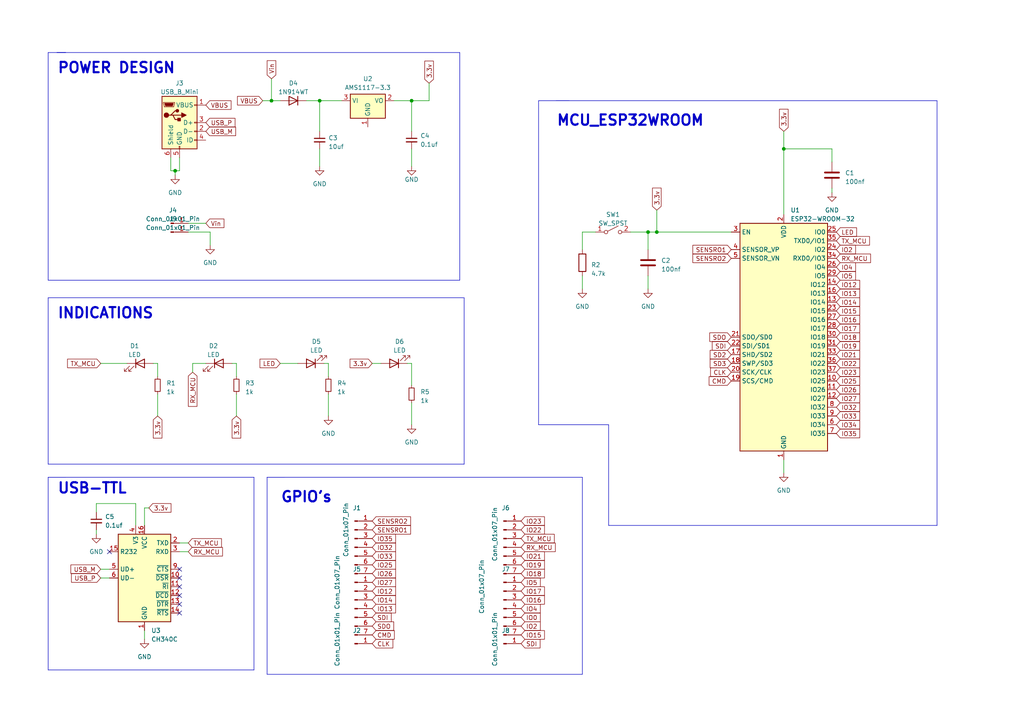
<source format=kicad_sch>
(kicad_sch (version 20230121) (generator eeschema)
  (paper "A4")
  (lib_symbols
    (symbol "Connector:Conn_01x01_Pin" (pin_names (offset 1.016) hide)
      (property "Reference" "J" (at 0 2.54 0))
      (property "Value" "Conn_01x01_Pin" (at 0 -2.54 0))
      (symbol "Conn_01x01_Pin_1_1"
        (polyline (pts (xy 1.27 0) (xy 0.8636 0)) (stroke (width 0.1524)))
        (rectangle (start 0.8636 0.127) (end 0 -0.127) (stroke (width 0.1524)) (fill (type outline)))
        (pin passive line (at 5.08 0 180) (length 3.81) (name "Pin_1") (number "1"))
      )
    )
    (symbol "Connector:Conn_01x07_Pin" (pin_names (offset 1.016) hide)
      (property "Reference" "J" (at 0 10.16 0))
      (property "Value" "Conn_01x07_Pin" (at 0 -10.16 0))
      (symbol "Conn_01x07_Pin_1_1"
        (polyline (pts (xy 1.27 -7.62) (xy 0.8636 -7.62)) (stroke (width 0.1524)))
        (polyline (pts (xy 1.27 -5.08) (xy 0.8636 -5.08)) (stroke (width 0.1524)))
        (polyline (pts (xy 1.27 -2.54) (xy 0.8636 -2.54)) (stroke (width 0.1524)))
        (polyline (pts (xy 1.27 0) (xy 0.8636 0)) (stroke (width 0.1524)))
        (polyline (pts (xy 1.27 2.54) (xy 0.8636 2.54)) (stroke (width 0.1524)))
        (polyline (pts (xy 1.27 5.08) (xy 0.8636 5.08)) (stroke (width 0.1524)))
        (polyline (pts (xy 1.27 7.62) (xy 0.8636 7.62)) (stroke (width 0.1524)))
        (rectangle (start 0.8636 -7.493) (end 0 -7.747) (stroke (width 0.1524)) (fill (type outline)))
        (rectangle (start 0.8636 -4.953) (end 0 -5.207) (stroke (width 0.1524)) (fill (type outline)))
        (rectangle (start 0.8636 -2.413) (end 0 -2.667) (stroke (width 0.1524)) (fill (type outline)))
        (rectangle (start 0.8636 0.127) (end 0 -0.127) (stroke (width 0.1524)) (fill (type outline)))
        (rectangle (start 0.8636 2.667) (end 0 2.413) (stroke (width 0.1524)) (fill (type outline)))
        (rectangle (start 0.8636 5.207) (end 0 4.953) (stroke (width 0.1524)) (fill (type outline)))
        (rectangle (start 0.8636 7.747) (end 0 7.493) (stroke (width 0.1524)) (fill (type outline)))
        (pin passive line (at 5.08 7.62 180) (length 3.81) (name "Pin_1") (number "1"))
        (pin passive line (at 5.08 5.08 180) (length 3.81) (name "Pin_2") (number "2"))
        (pin passive line (at 5.08 2.54 180) (length 3.81) (name "Pin_3") (number "3"))
        (pin passive line (at 5.08 0 180) (length 3.81) (name "Pin_4") (number "4"))
        (pin passive line (at 5.08 -2.54 180) (length 3.81) (name "Pin_5") (number "5"))
        (pin passive line (at 5.08 -5.08 180) (length 3.81) (name "Pin_6") (number "6"))
        (pin passive line (at 5.08 -7.62 180) (length 3.81) (name "Pin_7") (number "7"))
      )
    )
    (symbol "Connector:USB_B_Mini" (pin_names (offset 1.016))
      (property "Reference" "J" (at -5.08 11.43 0))
      (property "Value" "USB_B_Mini" (at -5.08 8.89 0))
      (symbol "USB_B_Mini_0_1"
        (rectangle (start -5.08 -7.62) (end 5.08 7.62) (stroke (width 0.254)) (fill (type background)))
        (circle (center -3.81 2.159) (radius 0.635) (stroke (width 0.254)) (fill (type outline)))
        (circle (center -0.635 3.429) (radius 0.381) (stroke (width 0.254)) (fill (type outline)))
        (rectangle (start -0.127 -7.62) (end 0.127 -6.858))
        (polyline (pts (xy -1.905 2.159) (xy 0.635 2.159)) (stroke (width 0.254)))
        (polyline (pts (xy -3.175 2.159) (xy -2.54 2.159) (xy -1.27 3.429) (xy -0.635 3.429)) (stroke (width 0.254)))
        (polyline (pts (xy -2.54 2.159) (xy -1.905 2.159) (xy -1.27 0.889) (xy 0 0.889)) (stroke (width 0.254)))
        (polyline (pts (xy 0.635 2.794) (xy 0.635 1.524) (xy 1.905 2.159) (xy 0.635 2.794)) (stroke (width 0.254)) (fill (type outline)))
        (polyline (pts (xy -4.318 5.588) (xy -1.778 5.588) (xy -2.032 4.826) (xy -4.064 4.826) (xy -4.318 5.588)) (fill (type outline)))
        (polyline (pts (xy -4.699 5.842) (xy -4.699 5.588) (xy -4.445 4.826) (xy -4.445 4.572) (xy -1.651 4.572) (xy -1.651 4.826) (xy -1.397 5.588) (xy -1.397 5.842) (xy -4.699 5.842)))
        (rectangle (start 0.254 1.27) (end -0.508 0.508) (stroke (width 0.254)) (fill (type outline)))
        (rectangle (start 5.08 -5.207) (end 4.318 -4.953))
        (rectangle (start 5.08 -2.667) (end 4.318 -2.413))
        (rectangle (start 5.08 -0.127) (end 4.318 0.127))
        (rectangle (start 5.08 4.953) (end 4.318 5.207))
      )
      (symbol "USB_B_Mini_1_1"
        (pin power_out line (at 7.62 5.08 180) (length 2.54) (name "VBUS") (number "1"))
        (pin bidirectional line (at 7.62 -2.54 180) (length 2.54) (name "D-") (number "2"))
        (pin bidirectional line (at 7.62 0 180) (length 2.54) (name "D+") (number "3"))
        (pin passive line (at 7.62 -5.08 180) (length 2.54) (name "ID") (number "4"))
        (pin power_out line (at 0 -10.16 90) (length 2.54) (name "GND") (number "5"))
        (pin passive line (at -2.54 -10.16 90) (length 2.54) (name "Shield") (number "6"))
      )
    )
    (symbol "Device:C" (pin_numbers hide) (pin_names (offset 0.254))
      (property "Reference" "C" (at 0.635 2.54 0))
      (property "Value" "C" (at 0.635 -2.54 0))
      (symbol "C_0_1"
        (polyline (pts (xy -2.032 -0.762) (xy 2.032 -0.762)) (stroke (width 0.508)))
        (polyline (pts (xy -2.032 0.762) (xy 2.032 0.762)) (stroke (width 0.508)))
      )
      (symbol "C_1_1"
        (pin passive line (at 0 3.81 270) (length 2.794) (name "~") (number "1"))
        (pin passive line (at 0 -3.81 90) (length 2.794) (name "~") (number "2"))
      )
    )
    (symbol "Device:C_Small" (pin_numbers hide) (pin_names (offset 0.254) hide)
      (property "Reference" "C" (at 0.254 1.778 0))
      (property "Value" "C_Small" (at 0.254 -2.032 0))
      (symbol "C_Small_0_1"
        (polyline (pts (xy -1.524 -0.508) (xy 1.524 -0.508)) (stroke (width 0.3302)))
        (polyline (pts (xy -1.524 0.508) (xy 1.524 0.508)) (stroke (width 0.3048)))
      )
      (symbol "C_Small_1_1"
        (pin passive line (at 0 2.54 270) (length 2.032) (name "~") (number "1"))
        (pin passive line (at 0 -2.54 90) (length 2.032) (name "~") (number "2"))
      )
    )
    (symbol "Device:LED" (pin_numbers hide) (pin_names (offset 1.016) hide)
      (property "Reference" "D" (at 0 2.54 0))
      (property "Value" "LED" (at 0 -2.54 0))
      (symbol "LED_0_1"
        (polyline (pts (xy -1.27 -1.27) (xy -1.27 1.27)) (stroke (width 0.254)))
        (polyline (pts (xy -1.27 0) (xy 1.27 0)))
        (polyline (pts (xy 1.27 -1.27) (xy 1.27 1.27) (xy -1.27 0) (xy 1.27 -1.27)) (stroke (width 0.254)))
        (polyline (pts (xy -3.048 -0.762) (xy -4.572 -2.286) (xy -3.81 -2.286) (xy -4.572 -2.286) (xy -4.572 -1.524)))
        (polyline (pts (xy -1.778 -0.762) (xy -3.302 -2.286) (xy -2.54 -2.286) (xy -3.302 -2.286) (xy -3.302 -1.524)))
      )
      (symbol "LED_1_1"
        (pin passive line (at -3.81 0 0) (length 2.54) (name "K") (number "1"))
        (pin passive line (at 3.81 0 180) (length 2.54) (name "A") (number "2"))
      )
    )
    (symbol "Device:R" (pin_numbers hide) (pin_names (offset 0))
      (property "Reference" "R" (at 2.032 0 90))
      (property "Value" "R" (at 0 0 90))
      (symbol "R_0_1"
        (rectangle (start -1.016 -2.54) (end 1.016 2.54) (stroke (width 0.254)))
      )
      (symbol "R_1_1"
        (pin passive line (at 0 3.81 270) (length 1.27) (name "~") (number "1"))
        (pin passive line (at 0 -3.81 90) (length 1.27) (name "~") (number "2"))
      )
    )
    (symbol "Device:R_Small" (pin_numbers hide) (pin_names (offset 0.254) hide)
      (property "Reference" "R" (at 0.762 0.508 0))
      (property "Value" "R_Small" (at 0.762 -1.016 0))
      (symbol "R_Small_0_1"
        (rectangle (start -0.762 1.778) (end 0.762 -1.778) (stroke (width 0.2032)))
      )
      (symbol "R_Small_1_1"
        (pin passive line (at 0 2.54 270) (length 0.762) (name "~") (number "1"))
        (pin passive line (at 0 -2.54 90) (length 0.762) (name "~") (number "2"))
      )
    )
    (symbol "Diode:1N914WT" (pin_numbers hide) (pin_names hide)
      (property "Reference" "D" (at 0 2.54 0))
      (property "Value" "1N914WT" (at 0 -2.54 0))
      (symbol "1N914WT_0_1"
        (polyline (pts (xy -1.27 1.27) (xy -1.27 -1.27)) (stroke (width 0.254)))
        (polyline (pts (xy 1.27 0) (xy -1.27 0)))
        (polyline (pts (xy 1.27 1.27) (xy 1.27 -1.27) (xy -1.27 0) (xy 1.27 1.27)) (stroke (width 0.254)))
      )
      (symbol "1N914WT_1_1"
        (pin passive line (at -3.81 0 0) (length 2.54) (name "K") (number "1"))
        (pin passive line (at 3.81 0 180) (length 2.54) (name "A") (number "2"))
      )
    )
    (symbol "Interface_USB:CH340C"
      (property "Reference" "U" (at -5.08 13.97 0))
      (property "Value" "CH340C" (at 1.27 13.97 0))
      (symbol "CH340C_0_1"
        (rectangle (start -7.62 12.7) (end 7.62 -12.7) (stroke (width 0.254)) (fill (type background)))
      )
      (symbol "CH340C_1_1"
        (pin power_in line (at 0 -15.24 90) (length 2.54) (name "GND") (number "1"))
        (pin input line (at 10.16 0 180) (length 2.54) (name "~{DSR}") (number "10"))
        (pin input line (at 10.16 -2.54 180) (length 2.54) (name "~{RI}") (number "11"))
        (pin input line (at 10.16 -5.08 180) (length 2.54) (name "~{DCD}") (number "12"))
        (pin output line (at 10.16 -7.62 180) (length 2.54) (name "~{DTR}") (number "13"))
        (pin output line (at 10.16 -10.16 180) (length 2.54) (name "~{RTS}") (number "14"))
        (pin input line (at -10.16 7.62 0) (length 2.54) (name "R232") (number "15"))
        (pin power_in line (at 0 15.24 270) (length 2.54) (name "VCC") (number "16"))
        (pin output line (at 10.16 10.16 180) (length 2.54) (name "TXD") (number "2"))
        (pin input line (at 10.16 7.62 180) (length 2.54) (name "RXD") (number "3"))
        (pin passive line (at -2.54 15.24 270) (length 2.54) (name "V3") (number "4"))
        (pin bidirectional line (at -10.16 2.54 0) (length 2.54) (name "UD+") (number "5"))
        (pin bidirectional line (at -10.16 0 0) (length 2.54) (name "UD-") (number "6"))
        (pin no_connect line (at -7.62 -7.62 0) (length 2.54) hide (name "NC") (number "7"))
        (pin no_connect line (at -7.62 -10.16 0) (length 2.54) hide (name "NC") (number "8"))
        (pin input line (at 10.16 2.54 180) (length 2.54) (name "~{CTS}") (number "9"))
      )
    )
    (symbol "RF_Module:ESP32-WROOM-32"
      (property "Reference" "U" (at -12.7 34.29 0))
      (property "Value" "ESP32-WROOM-32" (at 1.27 34.29 0))
      (symbol "ESP32-WROOM-32_0_1"
        (rectangle (start -12.7 33.02) (end 12.7 -33.02) (stroke (width 0.254)) (fill (type background)))
      )
      (symbol "ESP32-WROOM-32_1_1"
        (pin power_in line (at 0 -35.56 90) (length 2.54) (name "GND") (number "1"))
        (pin bidirectional line (at 15.24 -12.7 180) (length 2.54) (name "IO25") (number "10"))
        (pin bidirectional line (at 15.24 -15.24 180) (length 2.54) (name "IO26") (number "11"))
        (pin bidirectional line (at 15.24 -17.78 180) (length 2.54) (name "IO27") (number "12"))
        (pin bidirectional line (at 15.24 10.16 180) (length 2.54) (name "IO14") (number "13"))
        (pin bidirectional line (at 15.24 15.24 180) (length 2.54) (name "IO12") (number "14"))
        (pin passive line (at 0 -35.56 90) (length 2.54) hide (name "GND") (number "15"))
        (pin bidirectional line (at 15.24 12.7 180) (length 2.54) (name "IO13") (number "16"))
        (pin bidirectional line (at -15.24 -5.08 0) (length 2.54) (name "SHD/SD2") (number "17"))
        (pin bidirectional line (at -15.24 -7.62 0) (length 2.54) (name "SWP/SD3") (number "18"))
        (pin bidirectional line (at -15.24 -12.7 0) (length 2.54) (name "SCS/CMD") (number "19"))
        (pin power_in line (at 0 35.56 270) (length 2.54) (name "VDD") (number "2"))
        (pin bidirectional line (at -15.24 -10.16 0) (length 2.54) (name "SCK/CLK") (number "20"))
        (pin bidirectional line (at -15.24 0 0) (length 2.54) (name "SDO/SD0") (number "21"))
        (pin bidirectional line (at -15.24 -2.54 0) (length 2.54) (name "SDI/SD1") (number "22"))
        (pin bidirectional line (at 15.24 7.62 180) (length 2.54) (name "IO15") (number "23"))
        (pin bidirectional line (at 15.24 25.4 180) (length 2.54) (name "IO2") (number "24"))
        (pin bidirectional line (at 15.24 30.48 180) (length 2.54) (name "IO0") (number "25"))
        (pin bidirectional line (at 15.24 20.32 180) (length 2.54) (name "IO4") (number "26"))
        (pin bidirectional line (at 15.24 5.08 180) (length 2.54) (name "IO16") (number "27"))
        (pin bidirectional line (at 15.24 2.54 180) (length 2.54) (name "IO17") (number "28"))
        (pin bidirectional line (at 15.24 17.78 180) (length 2.54) (name "IO5") (number "29"))
        (pin input line (at -15.24 30.48 0) (length 2.54) (name "EN") (number "3"))
        (pin bidirectional line (at 15.24 0 180) (length 2.54) (name "IO18") (number "30"))
        (pin bidirectional line (at 15.24 -2.54 180) (length 2.54) (name "IO19") (number "31"))
        (pin no_connect line (at -12.7 -27.94 0) (length 2.54) hide (name "NC") (number "32"))
        (pin bidirectional line (at 15.24 -5.08 180) (length 2.54) (name "IO21") (number "33"))
        (pin bidirectional line (at 15.24 22.86 180) (length 2.54) (name "RXD0/IO3") (number "34"))
        (pin bidirectional line (at 15.24 27.94 180) (length 2.54) (name "TXD0/IO1") (number "35"))
        (pin bidirectional line (at 15.24 -7.62 180) (length 2.54) (name "IO22") (number "36"))
        (pin bidirectional line (at 15.24 -10.16 180) (length 2.54) (name "IO23") (number "37"))
        (pin passive line (at 0 -35.56 90) (length 2.54) hide (name "GND") (number "38"))
        (pin passive line (at 0 -35.56 90) (length 2.54) hide (name "GND") (number "39"))
        (pin input line (at -15.24 25.4 0) (length 2.54) (name "SENSOR_VP") (number "4"))
        (pin input line (at -15.24 22.86 0) (length 2.54) (name "SENSOR_VN") (number "5"))
        (pin input line (at 15.24 -25.4 180) (length 2.54) (name "IO34") (number "6"))
        (pin input line (at 15.24 -27.94 180) (length 2.54) (name "IO35") (number "7"))
        (pin bidirectional line (at 15.24 -20.32 180) (length 2.54) (name "IO32") (number "8"))
        (pin bidirectional line (at 15.24 -22.86 180) (length 2.54) (name "IO33") (number "9"))
      )
    )
    (symbol "Regulator_Linear:AMS1117-3.3"
      (property "Reference" "U" (at -3.81 3.175 0))
      (property "Value" "AMS1117-3.3" (at 0 3.175 0))
      (symbol "AMS1117-3.3_0_1"
        (rectangle (start -5.08 -5.08) (end 5.08 1.905) (stroke (width 0.254)) (fill (type background)))
      )
      (symbol "AMS1117-3.3_1_1"
        (pin power_in line (at 0 -7.62 90) (length 2.54) (name "GND") (number "1"))
        (pin power_out line (at 7.62 0 180) (length 2.54) (name "VO") (number "2"))
        (pin power_in line (at -7.62 0 0) (length 2.54) (name "VI") (number "3"))
      )
    )
    (symbol "Switch:SW_SPST" (pin_names (offset 0) hide)
      (property "Reference" "SW" (at 0 3.175 0))
      (property "Value" "SW_SPST" (at 0 -2.54 0))
      (symbol "SW_SPST_0_0"
        (circle (center -2.032 0) (radius 0.508))
        (polyline (pts (xy -1.524 0.254) (xy 1.524 1.778)))
        (circle (center 2.032 0) (radius 0.508))
      )
      (symbol "SW_SPST_1_1"
        (pin passive line (at -5.08 0 0) (length 2.54) (name "A") (number "1"))
        (pin passive line (at 5.08 0 180) (length 2.54) (name "B") (number "2"))
      )
    )
    (symbol "power:GND" (power) (pin_names (offset 0))
      (property "Value" "GND" (at 0 -3.81 0))
      (symbol "GND_0_1"
        (polyline (pts (xy 0 0) (xy 0 -1.27) (xy 1.27 -1.27) (xy 0 -2.54) (xy -1.27 -1.27) (xy 0 -1.27)))
      )
      (symbol "GND_1_1"
        (pin power_in line (at 0 0 270) (length 0) hide (name "GND") (number "1"))
      )
    )
  )
  (junction (at 119.38 29.21))
  (junction (at 78.74 29.21))
  (junction (at 50.8 49.53))
  (junction (at 190.5 67.31))
  (junction (at 92.71 29.21))
  (junction (at 187.96 67.31))
  (junction (at 227.33 43.18))
  (no_connect (at 31.75 160.02))
  (no_connect (at 52.07 170.18))
  (no_connect (at 52.07 165.1))
  (no_connect (at 52.07 172.72))
  (no_connect (at 52.07 167.64))
  (no_connect (at 52.07 177.8))
  (no_connect (at 52.07 175.26))
  (wire (pts (xy 27.94 148.59) (xy 27.94 146.05)))
  (wire (pts (xy 119.38 105.41) (xy 119.38 111.76)))
  (wire (pts (xy 95.25 105.41) (xy 95.25 109.22)))
  (wire (pts (xy 29.21 167.64) (xy 31.75 167.64)))
  (polyline (pts (xy 13.97 15.24) (xy 19.05 15.24)))
  (wire (pts (xy 41.91 147.32) (xy 43.18 147.32)))
  (wire (pts (xy 107.95 105.41) (xy 110.49 105.41)))
  (wire (pts (xy 227.33 62.23) (xy 227.33 43.18)))
  (wire (pts (xy 55.88 105.41) (xy 55.88 107.95)))
  (wire (pts (xy 118.11 105.41) (xy 119.38 105.41)))
  (wire (pts (xy 81.28 105.41) (xy 86.36 105.41)))
  (polyline (pts (xy 156.21 29.21) (xy 165.1 29.21)))
  (polyline (pts (xy 133.35 15.24) (xy 133.35 81.28)))
  (wire (pts (xy 41.91 152.4) (xy 41.91 147.32)))
  (polyline (pts (xy 176.53 152.4) (xy 176.53 123.19)))
  (wire (pts (xy 52.07 157.48) (xy 54.61 157.48)))
  (wire (pts (xy 92.71 43.18) (xy 92.71 48.26)))
  (wire (pts (xy 172.72 67.31) (xy 168.91 67.31)))
  (wire (pts (xy 52.07 160.02) (xy 54.61 160.02)))
  (wire (pts (xy 241.3 54.61) (xy 241.3 55.88)))
  (wire (pts (xy 227.33 43.18) (xy 241.3 43.18)))
  (wire (pts (xy 60.96 71.12) (xy 60.96 67.31)))
  (wire (pts (xy 68.58 114.3) (xy 68.58 120.65)))
  (wire (pts (xy 168.91 80.01) (xy 168.91 83.82)))
  (wire (pts (xy 119.38 38.1) (xy 119.38 29.21)))
  (polyline (pts (xy 16.51 15.24) (xy 133.35 15.24)))
  (wire (pts (xy 29.21 105.41) (xy 36.83 105.41)))
  (wire (pts (xy 93.98 105.41) (xy 95.25 105.41)))
  (wire (pts (xy 68.58 105.41) (xy 68.58 109.22)))
  (wire (pts (xy 41.91 182.88) (xy 41.91 185.42)))
  (wire (pts (xy 27.94 153.67) (xy 27.94 154.94)))
  (polyline (pts (xy 13.97 138.43) (xy 19.05 138.43)))
  (wire (pts (xy 44.45 105.41) (xy 45.72 105.41)))
  (wire (pts (xy 78.74 29.21) (xy 81.28 29.21)))
  (wire (pts (xy 27.94 146.05) (xy 39.37 146.05)))
  (polyline (pts (xy 271.78 152.4) (xy 176.53 152.4)))
  (polyline (pts (xy 161.29 29.21) (xy 271.78 29.21)))
  (wire (pts (xy 187.96 72.39) (xy 187.96 67.31)))
  (wire (pts (xy 227.33 133.35) (xy 227.33 137.16)))
  (polyline (pts (xy 13.97 86.36) (xy 17.78 86.36)))
  (wire (pts (xy 187.96 67.31) (xy 190.5 67.31)))
  (wire (pts (xy 29.21 165.1) (xy 31.75 165.1)))
  (polyline (pts (xy 168.91 195.58) (xy 77.47 195.58)))
  (polyline (pts (xy 134.62 86.36) (xy 134.62 134.62)))
  (wire (pts (xy 119.38 116.84) (xy 119.38 123.19)))
  (wire (pts (xy 50.8 49.53) (xy 50.8 50.8)))
  (polyline (pts (xy 77.47 138.43) (xy 168.91 138.43)))
  (polyline (pts (xy 13.97 134.62) (xy 13.97 86.36)))
  (wire (pts (xy 50.8 49.53) (xy 52.07 49.53)))
  (polyline (pts (xy 13.97 138.43) (xy 73.66 138.43)))
  (wire (pts (xy 88.9 29.21) (xy 92.71 29.21)))
  (wire (pts (xy 241.3 43.18) (xy 241.3 46.99)))
  (wire (pts (xy 78.74 22.86) (xy 78.74 29.21)))
  (wire (pts (xy 92.71 29.21) (xy 92.71 38.1)))
  (wire (pts (xy 187.96 80.01) (xy 187.96 83.82)))
  (wire (pts (xy 55.88 105.41) (xy 59.69 105.41)))
  (wire (pts (xy 168.91 67.31) (xy 168.91 72.39)))
  (wire (pts (xy 190.5 60.96) (xy 190.5 67.31)))
  (polyline (pts (xy 77.47 195.58) (xy 77.47 138.43)))
  (polyline (pts (xy 13.97 194.31) (xy 13.97 138.43)))
  (wire (pts (xy 45.72 105.41) (xy 45.72 109.22)))
  (polyline (pts (xy 133.35 81.28) (xy 13.97 81.28)))
  (wire (pts (xy 124.46 24.13) (xy 124.46 29.21)))
  (wire (pts (xy 119.38 29.21) (xy 124.46 29.21)))
  (polyline (pts (xy 73.66 194.31) (xy 13.97 194.31)))
  (wire (pts (xy 54.61 64.77) (xy 59.69 64.77)))
  (wire (pts (xy 67.31 105.41) (xy 68.58 105.41)))
  (wire (pts (xy 119.38 29.21) (xy 114.3 29.21)))
  (wire (pts (xy 95.25 114.3) (xy 95.25 120.65)))
  (polyline (pts (xy 176.53 123.19) (xy 156.21 123.19)))
  (wire (pts (xy 49.53 45.72) (xy 49.53 49.53)))
  (wire (pts (xy 92.71 29.21) (xy 99.06 29.21)))
  (polyline (pts (xy 271.78 29.21) (xy 271.78 152.4)))
  (wire (pts (xy 182.88 67.31) (xy 187.96 67.31)))
  (polyline (pts (xy 13.97 81.28) (xy 13.97 15.24)))
  (wire (pts (xy 52.07 49.53) (xy 52.07 45.72)))
  (wire (pts (xy 119.38 43.18) (xy 119.38 48.26)))
  (polyline (pts (xy 77.47 138.43) (xy 82.55 138.43)))
  (wire (pts (xy 39.37 146.05) (xy 39.37 152.4)))
  (polyline (pts (xy 134.62 134.62) (xy 13.97 134.62)))
  (wire (pts (xy 227.33 38.1) (xy 227.33 43.18)))
  (polyline (pts (xy 13.97 86.36) (xy 134.62 86.36)))
  (wire (pts (xy 190.5 67.31) (xy 212.09 67.31)))
  (wire (pts (xy 76.2 29.21) (xy 78.74 29.21)))
  (polyline (pts (xy 168.91 138.43) (xy 168.91 195.58)))
  (wire (pts (xy 60.96 67.31) (xy 54.61 67.31)))
  (wire (pts (xy 45.72 114.3) (xy 45.72 120.65)))
  (wire (pts (xy 49.53 49.53) (xy 50.8 49.53)))
  (polyline (pts (xy 73.66 138.43) (xy 73.66 194.31)))
  (polyline (pts (xy 156.21 123.19) (xy 156.21 29.21)))
  (text "GPIO's\n" (at 81.28 146.05 0) (effects (font (size 3 3) bold) (justify left bottom)))
  (text "MCU_ESP32WROOM" (at 161.29 36.83 0) (effects (font (size 3 3) (thickness 0.6) bold) (justify left bottom)))
  (text "INDICATIONS " (at 16.51 92.71 0) (effects (font (size 3 3) bold) (justify left bottom)))
  (text "POWER DESIGN" (at 16.51 21.59 0) (effects (font (size 3 3) (thickness 0.6) bold) (justify left bottom)))
  (text "USB-TTL\n" (at 16.51 143.51 0) (effects (font (size 3 3) bold) (justify left bottom)))
  (global_label "IO27" (shape input) (at 107.95 168.91 0) (property "Intersheetrefs" "${INTERSHEET_REFS}" (effects hide)))
  (global_label "SD3" (shape input) (at 212.09 105.41 180) (property "Intersheetrefs" "${INTERSHEET_REFS}" (effects hide)))
  (global_label "SDO" (shape input) (at 212.09 97.79 180) (property "Intersheetrefs" "${INTERSHEET_REFS}" (effects hide)))
  (global_label "IO19" (shape input) (at 242.57 100.33 0) (property "Intersheetrefs" "${INTERSHEET_REFS}" (effects hide)))
  (global_label "IO14" (shape input) (at 107.95 173.99 0) (property "Intersheetrefs" "${INTERSHEET_REFS}" (effects hide)))
  (global_label "3.3v" (shape input) (at 68.58 120.65 270) (property "Intersheetrefs" "${INTERSHEET_REFS}" (effects hide)))
  (global_label "CLK" (shape input) (at 107.95 186.69 0) (property "Intersheetrefs" "${INTERSHEET_REFS}" (effects hide)))
  (global_label "CLK" (shape input) (at 212.09 107.95 180) (property "Intersheetrefs" "${INTERSHEET_REFS}" (effects hide)))
  (global_label "SENSRO2" (shape input) (at 107.95 151.13 0) (property "Intersheetrefs" "${INTERSHEET_REFS}" (effects hide)))
  (global_label "USB_M" (shape input) (at 29.21 165.1 180) (property "Intersheetrefs" "${INTERSHEET_REFS}" (effects hide)))
  (global_label "IO25" (shape input) (at 107.95 163.83 0) (property "Intersheetrefs" "${INTERSHEET_REFS}" (effects hide)))
  (global_label "IO35" (shape input) (at 242.57 125.73 0) (property "Intersheetrefs" "${INTERSHEET_REFS}" (effects hide)))
  (global_label "IO32" (shape input) (at 107.95 158.75 0) (property "Intersheetrefs" "${INTERSHEET_REFS}" (effects hide)))
  (global_label "IO17" (shape input) (at 151.13 171.45 0) (property "Intersheetrefs" "${INTERSHEET_REFS}" (effects hide)))
  (global_label "IO5" (shape input) (at 151.13 168.91 0) (property "Intersheetrefs" "${INTERSHEET_REFS}" (effects hide)))
  (global_label "USB_P" (shape input) (at 59.69 35.56 0) (property "Intersheetrefs" "${INTERSHEET_REFS}" (effects hide)))
  (global_label "IO2" (shape input) (at 151.13 181.61 0) (property "Intersheetrefs" "${INTERSHEET_REFS}" (effects hide)))
  (global_label "IO5" (shape input) (at 242.57 80.01 0) (property "Intersheetrefs" "${INTERSHEET_REFS}" (effects hide)))
  (global_label "IO16" (shape input) (at 151.13 173.99 0) (property "Intersheetrefs" "${INTERSHEET_REFS}" (effects hide)))
  (global_label "3.3v" (shape input) (at 43.18 147.32 0) (property "Intersheetrefs" "${INTERSHEET_REFS}" (effects hide)))
  (global_label "CMD" (shape input) (at 107.95 184.15 0) (property "Intersheetrefs" "${INTERSHEET_REFS}" (effects hide)))
  (global_label "SDI" (shape input) (at 212.09 100.33 180) (property "Intersheetrefs" "${INTERSHEET_REFS}" (effects hide)))
  (global_label "IO27" (shape input) (at 242.57 115.57 0) (property "Intersheetrefs" "${INTERSHEET_REFS}" (effects hide)))
  (global_label "TX_MCU" (shape input) (at 29.21 105.41 180) (property "Intersheetrefs" "${INTERSHEET_REFS}" (effects hide)))
  (global_label "IO12" (shape input) (at 242.57 82.55 0) (property "Intersheetrefs" "${INTERSHEET_REFS}" (effects hide)))
  (global_label "IO2" (shape input) (at 242.57 72.39 0) (property "Intersheetrefs" "${INTERSHEET_REFS}" (effects hide)))
  (global_label "IO14" (shape input) (at 242.57 87.63 0) (property "Intersheetrefs" "${INTERSHEET_REFS}" (effects hide)))
  (global_label "3.3v" (shape input) (at 45.72 120.65 270) (property "Intersheetrefs" "${INTERSHEET_REFS}" (effects hide)))
  (global_label "IO22" (shape input) (at 151.13 153.67 0) (property "Intersheetrefs" "${INTERSHEET_REFS}" (effects hide)))
  (global_label "SDI" (shape input) (at 107.95 179.07 0) (property "Intersheetrefs" "${INTERSHEET_REFS}" (effects hide)))
  (global_label "IO15" (shape input) (at 151.13 184.15 0) (property "Intersheetrefs" "${INTERSHEET_REFS}" (effects hide)))
  (global_label "TX_MCU" (shape input) (at 151.13 156.21 0) (property "Intersheetrefs" "${INTERSHEET_REFS}" (effects hide)))
  (global_label "LED" (shape input) (at 242.57 67.31 0) (property "Intersheetrefs" "${INTERSHEET_REFS}" (effects hide)))
  (global_label "USB_M" (shape input) (at 59.69 38.1 0) (property "Intersheetrefs" "${INTERSHEET_REFS}" (effects hide)))
  (global_label "IO4" (shape input) (at 242.57 77.47 0) (property "Intersheetrefs" "${INTERSHEET_REFS}" (effects hide)))
  (global_label "3.3v" (shape input) (at 227.33 38.1 90) (property "Intersheetrefs" "${INTERSHEET_REFS}" (effects hide)))
  (global_label "IO32" (shape input) (at 242.57 118.11 0) (property "Intersheetrefs" "${INTERSHEET_REFS}" (effects hide)))
  (global_label "IO22" (shape input) (at 242.57 105.41 0) (property "Intersheetrefs" "${INTERSHEET_REFS}" (effects hide)))
  (global_label "SDI" (shape input) (at 151.13 186.69 0) (property "Intersheetrefs" "${INTERSHEET_REFS}" (effects hide)))
  (global_label "IO23" (shape input) (at 151.13 151.13 0) (property "Intersheetrefs" "${INTERSHEET_REFS}" (effects hide)))
  (global_label "IO18" (shape input) (at 242.57 97.79 0) (property "Intersheetrefs" "${INTERSHEET_REFS}" (effects hide)))
  (global_label "IO15" (shape input) (at 242.57 90.17 0) (property "Intersheetrefs" "${INTERSHEET_REFS}" (effects hide)))
  (global_label "RX_MCU" (shape input) (at 55.88 107.95 270) (property "Intersheetrefs" "${INTERSHEET_REFS}" (effects hide)))
  (global_label "Vin" (shape input) (at 59.69 64.77 0) (property "Intersheetrefs" "${INTERSHEET_REFS}" (effects hide)))
  (global_label "USB_P" (shape input) (at 29.21 167.64 180) (property "Intersheetrefs" "${INTERSHEET_REFS}" (effects hide)))
  (global_label "IO18" (shape input) (at 151.13 166.37 0) (property "Intersheetrefs" "${INTERSHEET_REFS}" (effects hide)))
  (global_label "IO21" (shape input) (at 151.13 161.29 0) (property "Intersheetrefs" "${INTERSHEET_REFS}" (effects hide)))
  (global_label "IO17" (shape input) (at 242.57 95.25 0) (property "Intersheetrefs" "${INTERSHEET_REFS}" (effects hide)))
  (global_label "IO12" (shape input) (at 107.95 171.45 0) (property "Intersheetrefs" "${INTERSHEET_REFS}" (effects hide)))
  (global_label "IO34" (shape input) (at 242.57 123.19 0) (property "Intersheetrefs" "${INTERSHEET_REFS}" (effects hide)))
  (global_label "IO33" (shape input) (at 242.57 120.65 0) (property "Intersheetrefs" "${INTERSHEET_REFS}" (effects hide)))
  (global_label "IO26" (shape input) (at 242.57 113.03 0) (property "Intersheetrefs" "${INTERSHEET_REFS}" (effects hide)))
  (global_label "SENSRO1" (shape input) (at 107.95 153.67 0) (property "Intersheetrefs" "${INTERSHEET_REFS}" (effects hide)))
  (global_label "IO0" (shape input) (at 151.13 179.07 0) (property "Intersheetrefs" "${INTERSHEET_REFS}" (effects hide)))
  (global_label "VBUS" (shape input) (at 76.2 29.21 180) (property "Intersheetrefs" "${INTERSHEET_REFS}" (effects hide)))
  (global_label "TX_MCU" (shape input) (at 54.61 157.48 0) (property "Intersheetrefs" "${INTERSHEET_REFS}" (effects hide)))
  (global_label "IO26" (shape input) (at 107.95 166.37 0) (property "Intersheetrefs" "${INTERSHEET_REFS}" (effects hide)))
  (global_label "IO13" (shape input) (at 107.95 176.53 0) (property "Intersheetrefs" "${INTERSHEET_REFS}" (effects hide)))
  (global_label "3.3v" (shape input) (at 107.95 105.41 180) (property "Intersheetrefs" "${INTERSHEET_REFS}" (effects hide)))
  (global_label "Vin" (shape input) (at 78.74 22.86 90) (property "Intersheetrefs" "${INTERSHEET_REFS}" (effects hide)))
  (global_label "IO25" (shape input) (at 242.57 110.49 0) (property "Intersheetrefs" "${INTERSHEET_REFS}" (effects hide)))
  (global_label "RX_MCU" (shape input) (at 54.61 160.02 0) (property "Intersheetrefs" "${INTERSHEET_REFS}" (effects hide)))
  (global_label "IO13" (shape input) (at 242.57 85.09 0) (property "Intersheetrefs" "${INTERSHEET_REFS}" (effects hide)))
  (global_label "SENSRO1" (shape input) (at 212.09 72.39 180) (property "Intersheetrefs" "${INTERSHEET_REFS}" (effects hide)))
  (global_label "RX_MCU" (shape input) (at 242.57 74.93 0) (property "Intersheetrefs" "${INTERSHEET_REFS}" (effects hide)))
  (global_label "SDO" (shape input) (at 107.95 181.61 0) (property "Intersheetrefs" "${INTERSHEET_REFS}" (effects hide)))
  (global_label "IO35" (shape input) (at 107.95 156.21 0) (property "Intersheetrefs" "${INTERSHEET_REFS}" (effects hide)))
  (global_label "SD2" (shape input) (at 212.09 102.87 180) (property "Intersheetrefs" "${INTERSHEET_REFS}" (effects hide)))
  (global_label "IO21" (shape input) (at 242.57 102.87 0) (property "Intersheetrefs" "${INTERSHEET_REFS}" (effects hide)))
  (global_label "3.3v" (shape input) (at 190.5 60.96 90) (property "Intersheetrefs" "${INTERSHEET_REFS}" (effects hide)))
  (global_label "SENSRO2" (shape input) (at 212.09 74.93 180) (property "Intersheetrefs" "${INTERSHEET_REFS}" (effects hide)))
  (global_label "TX_MCU" (shape input) (at 242.57 69.85 0) (property "Intersheetrefs" "${INTERSHEET_REFS}" (effects hide)))
  (global_label "IO33" (shape input) (at 107.95 161.29 0) (property "Intersheetrefs" "${INTERSHEET_REFS}" (effects hide)))
  (global_label "LED" (shape input) (at 81.28 105.41 180) (property "Intersheetrefs" "${INTERSHEET_REFS}" (effects hide)))
  (global_label "CMD" (shape input) (at 212.09 110.49 180) (property "Intersheetrefs" "${INTERSHEET_REFS}" (effects hide)))
  (global_label "VBUS" (shape input) (at 59.69 30.48 0) (property "Intersheetrefs" "${INTERSHEET_REFS}" (effects hide)))
  (global_label "RX_MCU" (shape input) (at 151.13 158.75 0) (property "Intersheetrefs" "${INTERSHEET_REFS}" (effects hide)))
  (global_label "3.3v" (shape input) (at 124.46 24.13 90) (property "Intersheetrefs" "${INTERSHEET_REFS}" (effects hide)))
  (global_label "IO23" (shape input) (at 242.57 107.95 0) (property "Intersheetrefs" "${INTERSHEET_REFS}" (effects hide)))
  (global_label "IO16" (shape input) (at 242.57 92.71 0) (property "Intersheetrefs" "${INTERSHEET_REFS}" (effects hide)))
  (global_label "IO4" (shape input) (at 151.13 176.53 0) (property "Intersheetrefs" "${INTERSHEET_REFS}" (effects hide)))
  (global_label "IO19" (shape input) (at 151.13 163.83 0) (property "Intersheetrefs" "${INTERSHEET_REFS}" (effects hide)))
  (symbol (lib_id "Device:LED") (at 90.17 105.41 180) (unit 1)
    (property "Reference" "D5" (at 91.7575 99.06 0))
    (property "Value" "LED" (at 91.7575 101.6 0))
    (property "Footprint" "LED_SMD:LED_0805_2012Metric_Pad1.15x1.40mm_HandSolder" (effects hide))
  )
  (symbol (lib_id "Device:R_Small") (at 45.72 111.76 0) (unit 1)
    (property "Reference" "R1" (at 48.26 111.125 0) (effects (justify left)))
    (property "Value" "1k" (at 48.26 113.665 0) (effects (justify left)))
    (property "Footprint" "Resistor_SMD:R_0805_2012Metric_Pad1.20x1.40mm_HandSolder" (effects hide))
  )
  (symbol (lib_id "power:GND") (at 119.38 123.19 0) (unit 1)
    (property "Reference" "#PWR03" (effects hide))
    (property "Value" "GND" (at 119.38 128.27 0))
  )
  (symbol (lib_id "Device:R_Small") (at 95.25 111.76 0) (unit 1)
    (property "Reference" "R4" (at 97.79 111.125 0) (effects (justify left)))
    (property "Value" "1k" (at 97.79 113.665 0) (effects (justify left)))
    (property "Footprint" "Resistor_SMD:R_0805_2012Metric_Pad1.20x1.40mm_HandSolder" (effects hide))
  )
  (symbol (lib_id "Device:R_Small") (at 68.58 111.76 0) (unit 1)
    (property "Reference" "R3" (at 71.12 111.125 0) (effects (justify left)))
    (property "Value" "1k" (at 71.12 113.665 0) (effects (justify left)))
    (property "Footprint" "Resistor_SMD:R_0805_2012Metric_Pad1.20x1.40mm_HandSolder" (effects hide))
  )
  (symbol (lib_id "Switch:SW_SPST") (at 177.8 67.31 0) (unit 1)
    (property "Reference" "SW1" (at 177.8 62.23 0))
    (property "Value" "SW_SPST" (at 177.8 64.77 0))
    (property "Footprint" "Button_Switch_SMD:SW_SPST_TL3342" (effects hide))
  )
  (symbol (lib_id "Connector:Conn_01x07_Pin") (at 102.87 176.53 0) (unit 1)
    (property "Reference" "J5" (at 103.505 165.1 0))
    (property "Value" "Conn_01x07_Pin" (at 97.79 168.91 90))
    (property "Footprint" "Connector_PinHeader_2.54mm:PinHeader_1x07_P2.54mm_Vertical" (effects hide))
  )
  (symbol (lib_id "power:GND") (at 50.8 50.8 0) (unit 1)
    (property "Reference" "#PWR05" (effects hide))
    (property "Value" "GND" (at 50.8 55.88 0))
  )
  (symbol (lib_id "RF_Module:ESP32-WROOM-32") (at 227.33 97.79 0) (unit 1)
    (property "Reference" "U1" (at 229.2859 60.96 0) (effects (justify left)))
    (property "Value" "ESP32-WROOM-32" (at 229.2859 63.5 0) (effects (justify left)))
    (property "Footprint" "RF_Module:ESP32-WROOM-32" (effects hide))
    (property "Datasheet" "https://www.espressif.com/sites/default/files/documentation/esp32-wroom-32_datasheet_en.pdf" (effects hide))
  )
  (symbol (lib_id "power:GND") (at 27.94 154.94 0) (unit 1)
    (property "Reference" "#PWR012" (effects hide))
    (property "Value" "GND" (at 27.94 160.02 0))
  )
  (symbol (lib_id "Device:C_Small") (at 119.38 40.64 0) (unit 1)
    (property "Reference" "C4" (at 121.92 39.37 0) (effects (justify left)))
    (property "Value" "0.1uf" (at 121.92 41.91 0) (effects (justify left)))
    (property "Footprint" "Capacitor_SMD:C_0805_2012Metric_Pad1.18x1.45mm_HandSolder" (effects hide))
  )
  (symbol (lib_id "Connector:Conn_01x01_Pin") (at 49.53 64.77 0) (unit 1)
    (property "Reference" "J4" (at 50.165 60.96 0))
    (property "Value" "Conn_01x01_Pin" (at 50.165 63.5 0))
    (property "Footprint" "Connector_PinHeader_2.54mm:PinHeader_1x01_P2.54mm_Vertical" (effects hide))
  )
  (symbol (lib_id "Interface_USB:CH340C") (at 41.91 167.64 0) (unit 1)
    (property "Reference" "U3" (at 43.8659 182.88 0) (effects (justify left)))
    (property "Value" "CH340C" (at 43.8659 185.42 0) (effects (justify left)))
    (property "Footprint" "Package_SO:SOIC-16_3.9x9.9mm_P1.27mm" (effects hide))
    (property "Datasheet" "https://datasheet.lcsc.com/szlcsc/Jiangsu-Qin-Heng-CH340C_C84681.pdf" (effects hide))
  )
  (symbol (lib_id "power:GND") (at 95.25 120.65 0) (unit 1)
    (property "Reference" "#PWR02" (effects hide))
    (property "Value" "GND" (at 95.25 125.73 0))
  )
  (symbol (lib_id "Connector:Conn_01x01_Pin") (at 146.05 186.69 0) (unit 1)
    (property "Reference" "J8" (at 146.685 182.88 0))
    (property "Value" "Conn_01x01_Pin" (at 143.51 185.42 90))
    (property "Footprint" "Connector_PinHeader_2.54mm:PinHeader_1x01_P2.54mm_Vertical" (effects hide))
  )
  (symbol (lib_id "Device:C_Small") (at 27.94 151.13 0) (unit 1)
    (property "Reference" "C5" (at 30.48 149.86 0) (effects (justify left)))
    (property "Value" "0.1uf" (at 30.48 152.4 0) (effects (justify left)))
    (property "Footprint" "Capacitor_SMD:C_0805_2012Metric_Pad1.18x1.45mm_HandSolder" (effects hide))
  )
  (symbol (lib_id "Device:C") (at 241.3 50.8 0) (unit 1)
    (property "Reference" "C1" (at 245.11 50.165 0) (effects (justify left)))
    (property "Value" "100nf" (at 245.11 52.705 0) (effects (justify left)))
    (property "Footprint" "Capacitor_SMD:C_0805_2012Metric_Pad1.18x1.45mm_HandSolder" (effects hide))
  )
  (symbol (lib_id "Device:R_Small") (at 119.38 114.3 0) (unit 1)
    (property "Reference" "R5" (at 121.92 113.665 0) (effects (justify left)))
    (property "Value" "1k" (at 121.92 116.205 0) (effects (justify left)))
    (property "Footprint" "Resistor_SMD:R_0805_2012Metric_Pad1.20x1.40mm_HandSolder" (effects hide))
  )
  (symbol (lib_id "power:GND") (at 168.91 83.82 0) (unit 1)
    (property "Reference" "#PWR09" (effects hide))
    (property "Value" "GND" (at 168.91 88.9 0))
  )
  (symbol (lib_id "Device:C") (at 187.96 76.2 0) (unit 1)
    (property "Reference" "C2" (at 191.77 75.565 0) (effects (justify left)))
    (property "Value" "100nf" (at 191.77 78.105 0) (effects (justify left)))
    (property "Footprint" "Capacitor_SMD:C_0805_2012Metric_Pad1.18x1.45mm_HandSolder" (effects hide))
  )
  (symbol (lib_id "Device:LED") (at 40.64 105.41 0) (unit 1)
    (property "Reference" "D1" (at 39.0525 100.33 0))
    (property "Value" "LED" (at 39.0525 102.87 0))
    (property "Footprint" "LED_SMD:LED_0805_2012Metric_Pad1.15x1.40mm_HandSolder" (effects hide))
  )
  (symbol (lib_id "power:GND") (at 119.38 48.26 0) (unit 1)
    (property "Reference" "#PWR08" (effects hide))
    (property "Value" "GND" (at 119.38 52.07 0))
  )
  (symbol (lib_id "power:GND") (at 241.3 55.88 0) (unit 1)
    (property "Reference" "#PWR01" (effects hide))
    (property "Value" "GND" (at 241.3 60.96 0))
  )
  (symbol (lib_id "Connector:USB_B_Mini") (at 52.07 35.56 0) (unit 1)
    (property "Reference" "J3" (at 52.07 24.13 0))
    (property "Value" "USB_B_Mini" (at 52.07 26.67 0))
    (property "Footprint" "Connector_USB:USB_Micro-B_Molex_47346-0001" (effects hide))
  )
  (symbol (lib_id "Device:C_Small") (at 92.71 40.64 0) (unit 1)
    (property "Reference" "C3" (at 95.25 40.0113 0) (effects (justify left)))
    (property "Value" "10uf" (at 95.25 42.5513 0) (effects (justify left)))
    (property "Footprint" "Capacitor_SMD:C_0805_2012Metric_Pad1.18x1.45mm_HandSolder" (effects hide))
  )
  (symbol (lib_id "Device:LED") (at 114.3 105.41 180) (unit 1)
    (property "Reference" "D6" (at 115.8875 99.06 0))
    (property "Value" "LED" (at 115.8875 101.6 0))
    (property "Footprint" "LED_SMD:LED_0805_2012Metric_Pad1.15x1.40mm_HandSolder" (effects hide))
  )
  (symbol (lib_id "Regulator_Linear:AMS1117-3.3") (at 106.68 29.21 0) (unit 1)
    (property "Reference" "U2" (at 106.68 22.86 0))
    (property "Value" "AMS1117-3.3" (at 106.68 25.4 0))
    (property "Footprint" "Package_TO_SOT_SMD:SOT-223-3_TabPin2" (effects hide))
    (property "Datasheet" "http://www.advanced-monolithic.com/pdf/ds1117.pdf" (effects hide))
  )
  (symbol (lib_id "Connector:Conn_01x01_Pin") (at 49.53 67.31 0) (unit 1)
    (property "Reference" "J9" (at 50.165 63.5 0))
    (property "Value" "Conn_01x01_Pin" (at 50.165 66.04 0))
    (property "Footprint" "Connector_PinHeader_2.54mm:PinHeader_1x01_P2.54mm_Vertical" (effects hide))
  )
  (symbol (lib_id "power:GND") (at 187.96 83.82 0) (unit 1)
    (property "Reference" "#PWR04" (effects hide))
    (property "Value" "GND" (at 187.96 88.9 0))
  )
  (symbol (lib_id "Device:R") (at 168.91 76.2 180) (unit 1)
    (property "Reference" "R2" (at 171.45 76.835 0) (effects (justify right)))
    (property "Value" "4.7k" (at 171.45 79.375 0) (effects (justify right)))
    (property "Footprint" "Resistor_SMD:R_0805_2012Metric_Pad1.20x1.40mm_HandSolder" (effects hide))
  )
  (symbol (lib_id "Connector:Conn_01x07_Pin") (at 146.05 158.75 0) (unit 1)
    (property "Reference" "J6" (at 146.685 147.32 0))
    (property "Value" "Conn_01x07_Pin" (at 143.51 154.94 90))
    (property "Footprint" "Connector_PinHeader_2.54mm:PinHeader_1x07_P2.54mm_Vertical" (effects hide))
  )
  (symbol (lib_id "Connector:Conn_01x07_Pin") (at 146.05 176.53 0) (unit 1)
    (property "Reference" "J7" (at 146.685 165.1 0))
    (property "Value" "Conn_01x07_Pin" (at 139.7 170.18 90))
    (property "Footprint" "Connector_PinHeader_2.54mm:PinHeader_1x07_P2.54mm_Vertical" (effects hide))
  )
  (symbol (lib_id "power:GND") (at 227.33 137.16 0) (unit 1)
    (property "Reference" "#PWR010" (effects hide))
    (property "Value" "GND" (at 227.33 142.24 0))
  )
  (symbol (lib_id "Diode:1N914WT") (at 85.09 29.21 180) (unit 1)
    (property "Reference" "D4" (at 85.09 24.13 0))
    (property "Value" "1N914WT" (at 85.09 26.67 0))
    (property "Footprint" "Diode_SMD:D_SOD-523" (effects hide))
    (property "Datasheet" "http://www.mouser.com/ds/2/149/1N4148WT-461550.pdf" (effects hide))
    (property "Sim.Device" "D" (effects hide))
    (property "Sim.Pins" "1=K 2=A" (effects hide))
  )
  (symbol (lib_id "Connector:Conn_01x07_Pin") (at 102.87 158.75 0) (unit 1)
    (property "Reference" "J1" (at 103.505 147.32 0))
    (property "Value" "Conn_01x07_Pin" (at 100.33 153.67 90))
    (property "Footprint" "Connector_PinHeader_2.54mm:PinHeader_1x07_P2.54mm_Vertical" (effects hide))
  )
  (symbol (lib_id "Connector:Conn_01x01_Pin") (at 102.87 186.69 0) (unit 1)
    (property "Reference" "J2" (at 103.505 182.88 0))
    (property "Value" "Conn_01x01_Pin" (at 97.79 185.42 90))
    (property "Footprint" "Connector_PinHeader_2.54mm:PinHeader_1x01_P2.54mm_Vertical" (effects hide))
  )
  (symbol (lib_id "power:GND") (at 92.71 48.26 0) (unit 1)
    (property "Reference" "#PWR07" (effects hide))
    (property "Value" "GND" (at 92.71 53.34 0))
  )
  (symbol (lib_id "power:GND") (at 41.91 185.42 0) (unit 1)
    (property "Reference" "#PWR011" (effects hide))
    (property "Value" "GND" (at 41.91 190.5 0))
  )
  (symbol (lib_id "Device:LED") (at 63.5 105.41 0) (unit 1)
    (property "Reference" "D2" (at 61.9125 100.33 0))
    (property "Value" "LED" (at 61.9125 102.87 0))
    (property "Footprint" "LED_SMD:LED_0805_2012Metric_Pad1.15x1.40mm_HandSolder" (effects hide))
  )
  (symbol (lib_id "power:GND") (at 60.96 71.12 0) (unit 1)
    (property "Reference" "#PWR06" (effects hide))
    (property "Value" "GND" (at 60.96 76.2 0))
  )
)
</source>
